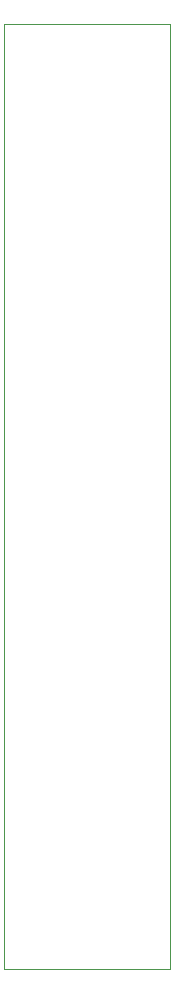
<source format=gbr>
%TF.GenerationSoftware,KiCad,Pcbnew,(5.1.8)-1*%
%TF.CreationDate,2020-12-10T23:44:26+08:00*%
%TF.ProjectId,HEMAC_DISP,48454d41-435f-4444-9953-502e6b696361,rev?*%
%TF.SameCoordinates,Original*%
%TF.FileFunction,Profile,NP*%
%FSLAX46Y46*%
G04 Gerber Fmt 4.6, Leading zero omitted, Abs format (unit mm)*
G04 Created by KiCad (PCBNEW (5.1.8)-1) date 2020-12-10 23:44:26*
%MOMM*%
%LPD*%
G01*
G04 APERTURE LIST*
%TA.AperFunction,Profile*%
%ADD10C,0.050000*%
%TD*%
G04 APERTURE END LIST*
D10*
X224000000Y-30000000D02*
X210000000Y-30000000D01*
X224000000Y-110000000D02*
X224000000Y-30000000D01*
X210000000Y-110000000D02*
X224000000Y-110000000D01*
X210000000Y-30000000D02*
X210000000Y-110000000D01*
M02*

</source>
